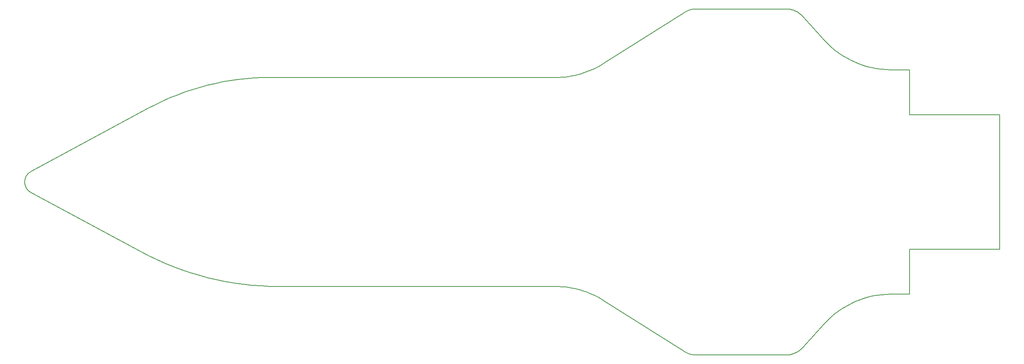
<source format=gbr>
%TF.GenerationSoftware,KiCad,Pcbnew,9.0.2*%
%TF.CreationDate,2025-07-07T16:25:28-05:00*%
%TF.ProjectId,Neoswordkicad,4e656f73-776f-4726-946b-696361642e6b,rev?*%
%TF.SameCoordinates,Original*%
%TF.FileFunction,Profile,NP*%
%FSLAX46Y46*%
G04 Gerber Fmt 4.6, Leading zero omitted, Abs format (unit mm)*
G04 Created by KiCad (PCBNEW 9.0.2) date 2025-07-07 16:25:28*
%MOMM*%
%LPD*%
G01*
G04 APERTURE LIST*
%TA.AperFunction,Profile*%
%ADD10C,0.150000*%
%TD*%
G04 APERTURE END LIST*
D10*
X211564143Y-67132414D02*
X211827865Y-67139365D01*
X212089561Y-67160074D01*
X212348744Y-67194324D01*
X212604928Y-67241902D01*
X212857628Y-67302591D01*
X213106357Y-67376177D01*
X213350628Y-67462443D01*
X213589957Y-67561174D01*
X213823857Y-67672155D01*
X214051842Y-67795170D01*
X214273425Y-67930004D01*
X214488120Y-68076441D01*
X214695442Y-68234267D01*
X214894905Y-68403265D01*
X215086021Y-68583220D01*
X215268306Y-68773917D01*
X220115886Y-74120436D01*
X220845030Y-74883229D01*
X221609500Y-75603054D01*
X222407352Y-76279050D01*
X223236642Y-76910356D01*
X224095423Y-77496109D01*
X224981754Y-78035448D01*
X225893687Y-78527511D01*
X226829280Y-78971437D01*
X227786587Y-79366363D01*
X228763664Y-79711428D01*
X229758566Y-80005770D01*
X230769350Y-80248527D01*
X231794069Y-80438838D01*
X232830780Y-80575841D01*
X233877538Y-80658675D01*
X234932399Y-80686476D01*
X239085231Y-80686476D01*
X239085231Y-90686480D01*
X259085231Y-90686480D01*
X259085231Y-120686480D01*
X239085231Y-120686480D01*
X239085231Y-130686480D01*
X234932399Y-130686480D01*
X233877533Y-130714283D01*
X232830770Y-130797117D01*
X231794055Y-130934121D01*
X230769332Y-131124432D01*
X229758546Y-131367189D01*
X228763641Y-131661531D01*
X227786562Y-132006595D01*
X226829253Y-132401521D01*
X225893659Y-132845445D01*
X224981725Y-133337507D01*
X224095394Y-133876845D01*
X223236611Y-134462596D01*
X222407322Y-135093900D01*
X221609470Y-135769895D01*
X220844999Y-136489718D01*
X220115855Y-137252508D01*
X215268275Y-142599032D01*
X215085991Y-142789732D01*
X214894874Y-142969691D01*
X214695412Y-143138692D01*
X214488090Y-143296521D01*
X214273395Y-143442961D01*
X214051812Y-143577798D01*
X213823829Y-143700817D01*
X213589931Y-143811800D01*
X213350603Y-143910534D01*
X213106334Y-143996803D01*
X212857607Y-144070391D01*
X212604910Y-144131083D01*
X212348730Y-144178663D01*
X212089551Y-144212916D01*
X211827860Y-144233627D01*
X211564143Y-144240580D01*
X191564143Y-144240542D01*
X191386848Y-144237398D01*
X191210167Y-144227998D01*
X191034257Y-144212386D01*
X190859278Y-144190610D01*
X190685386Y-144162713D01*
X190512741Y-144128744D01*
X190341501Y-144088747D01*
X190171823Y-144042768D01*
X190003865Y-143990853D01*
X189837787Y-143933048D01*
X189673746Y-143869398D01*
X189511899Y-143799950D01*
X189352406Y-143724750D01*
X189195425Y-143643842D01*
X189041113Y-143557274D01*
X188889629Y-143465090D01*
X170898204Y-132074778D01*
X170292264Y-131706044D01*
X169675013Y-131359771D01*
X169047085Y-131036141D01*
X168409110Y-130735339D01*
X167761722Y-130457548D01*
X167105552Y-130202950D01*
X166441234Y-129971730D01*
X165769399Y-129764070D01*
X165090680Y-129580155D01*
X164405709Y-129420166D01*
X163715119Y-129284289D01*
X163019541Y-129172705D01*
X162319609Y-129085599D01*
X161615954Y-129023154D01*
X160909210Y-128985553D01*
X160200007Y-128972979D01*
X98691875Y-128972960D01*
X96674340Y-128941658D01*
X94662153Y-128847988D01*
X92656708Y-128692301D01*
X90659400Y-128474950D01*
X88671627Y-128196287D01*
X86694783Y-127856665D01*
X84730264Y-127456434D01*
X82779466Y-126995949D01*
X80843785Y-126475560D01*
X78924616Y-125895621D01*
X77023356Y-125256482D01*
X75141399Y-124558497D01*
X73280143Y-123802018D01*
X71440982Y-122987397D01*
X69625312Y-122114986D01*
X67834529Y-121185137D01*
X43435634Y-108031782D01*
X43355742Y-107986935D01*
X43277791Y-107939600D01*
X43201821Y-107889842D01*
X43127870Y-107837727D01*
X43055978Y-107783319D01*
X42986183Y-107726685D01*
X42918525Y-107667889D01*
X42853042Y-107606996D01*
X42789773Y-107544073D01*
X42728758Y-107479184D01*
X42670035Y-107412396D01*
X42613643Y-107343772D01*
X42559622Y-107273378D01*
X42508010Y-107201280D01*
X42458847Y-107127544D01*
X42412171Y-107052233D01*
X42368022Y-106975414D01*
X42326438Y-106897152D01*
X42287459Y-106817513D01*
X42251122Y-106736561D01*
X42217469Y-106654362D01*
X42186536Y-106570982D01*
X42158364Y-106486484D01*
X42132992Y-106400936D01*
X42110458Y-106314402D01*
X42090801Y-106226948D01*
X42074061Y-106138638D01*
X42060277Y-106049538D01*
X42049486Y-105959715D01*
X42041730Y-105869231D01*
X42037045Y-105778154D01*
X42035472Y-105686549D01*
X42041712Y-105503865D01*
X42060242Y-105323556D01*
X42090750Y-105146145D01*
X42132924Y-104972152D01*
X42186452Y-104802102D01*
X42251022Y-104636516D01*
X42326322Y-104475917D01*
X42412040Y-104320829D01*
X42507864Y-104171773D01*
X42613483Y-104029271D01*
X42728584Y-103893847D01*
X42852855Y-103766024D01*
X42985985Y-103646323D01*
X43127661Y-103535267D01*
X43277572Y-103433379D01*
X43435405Y-103341181D01*
X69635371Y-89216910D01*
X71202872Y-88402996D01*
X72792157Y-87639358D01*
X74402004Y-86926303D01*
X76031192Y-86264141D01*
X77678499Y-85653178D01*
X79342705Y-85093724D01*
X81022586Y-84586087D01*
X82716922Y-84130575D01*
X84424491Y-83727496D01*
X86144073Y-83377159D01*
X87874444Y-83079872D01*
X89614384Y-82835944D01*
X91362672Y-82645682D01*
X93118086Y-82509394D01*
X94879403Y-82427390D01*
X96645404Y-82399977D01*
X160200000Y-82400000D01*
X160909204Y-82387424D01*
X161615950Y-82349821D01*
X162319606Y-82287374D01*
X163019540Y-82200267D01*
X163715119Y-82088681D01*
X164405711Y-81952802D01*
X165090683Y-81792812D01*
X165769404Y-81608894D01*
X166441239Y-81401233D01*
X167105558Y-81170011D01*
X167761728Y-80915411D01*
X168409116Y-80637617D01*
X169047090Y-80336813D01*
X169675018Y-80013182D01*
X170292266Y-79666906D01*
X170898204Y-79298170D01*
X188889598Y-67907874D01*
X189041079Y-67815688D01*
X189195389Y-67729118D01*
X189352368Y-67648209D01*
X189511858Y-67573006D01*
X189673702Y-67503556D01*
X189837742Y-67439904D01*
X190003819Y-67382097D01*
X190171775Y-67330180D01*
X190341452Y-67284198D01*
X190512693Y-67244198D01*
X190685339Y-67210226D01*
X190859232Y-67182327D01*
X191034214Y-67160548D01*
X191210127Y-67144934D01*
X191386812Y-67135530D01*
X191564113Y-67132384D01*
X211564143Y-67132414D01*
M02*

</source>
